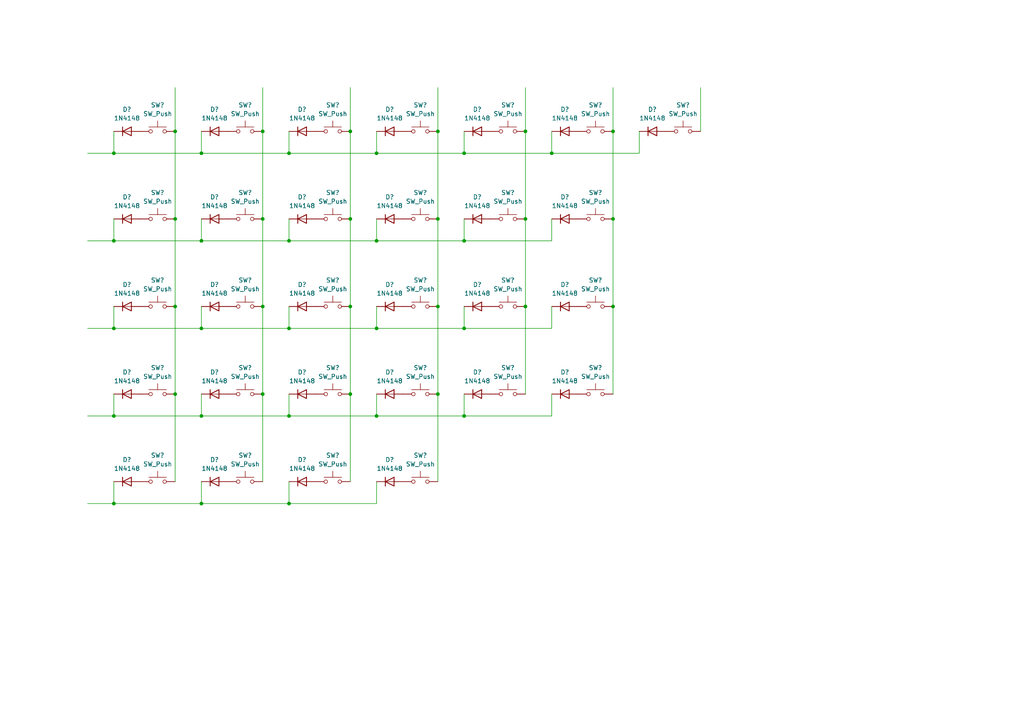
<source format=kicad_sch>
(kicad_sch (version 20211123) (generator eeschema)
  (paper "A4")
  (lib_symbols
    (symbol "Diode:1N4148" (pin_numbers hide) (pin_names hide)
      (property "Reference" "D" (at 0 2.54 0))
      (property "Value" "1N4148" (at 0 -2.54 0))
      (symbol "1N4148_0_1"
        (polyline (pts (xy -1.27 1.27) (xy -1.27 -1.27)) (stroke (width 0.254)))
        (polyline (pts (xy 1.27 0) (xy -1.27 0)))
        (polyline (pts (xy 1.27 1.27) (xy 1.27 -1.27) (xy -1.27 0) (xy 1.27 1.27)) (stroke (width 0.254)))
      )
      (symbol "1N4148_1_1"
        (pin passive line (at -3.81 0 0) (length 2.54) (name "K") (number "1"))
        (pin passive line (at 3.81 0 180) (length 2.54) (name "A") (number "2"))
      )
    )
    (symbol "Switch:SW_Push" (pin_numbers hide) (pin_names (offset 1.016) hide)
      (property "Reference" "SW" (at 1.27 2.54 0))
      (property "Value" "SW_Push" (at 0 -1.524 0))
      (symbol "SW_Push_0_1"
        (circle (center -2.032 0) (radius 0.508))
        (polyline (pts (xy 0 1.27) (xy 0 3.048)))
        (polyline (pts (xy 2.54 1.27) (xy -2.54 1.27)))
        (circle (center 2.032 0) (radius 0.508))
        (pin passive line (at -5.08 0 0) (length 2.54) (name "1") (number "1"))
        (pin passive line (at 5.08 0 180) (length 2.54) (name "2") (number "2"))
      )
    )
  )
  (junction (at 127 88.9))
  (junction (at 109.22 120.65))
  (junction (at 134.62 69.85))
  (junction (at 83.82 44.45))
  (junction (at 76.2 88.9))
  (junction (at 58.42 95.25))
  (junction (at 134.62 120.65))
  (junction (at 109.22 44.45))
  (junction (at 109.22 69.85))
  (junction (at 58.42 146.05))
  (junction (at 160.02 44.45))
  (junction (at 127 63.5))
  (junction (at 83.82 146.05))
  (junction (at 177.8 63.5))
  (junction (at 83.82 69.85))
  (junction (at 33.02 95.25))
  (junction (at 50.8 114.3))
  (junction (at 76.2 38.1))
  (junction (at 50.8 88.9))
  (junction (at 101.6 63.5))
  (junction (at 127 114.3))
  (junction (at 33.02 69.85))
  (junction (at 152.4 38.1))
  (junction (at 177.8 88.9))
  (junction (at 58.42 69.85))
  (junction (at 134.62 95.25))
  (junction (at 101.6 38.1))
  (junction (at 152.4 88.9))
  (junction (at 134.62 44.45))
  (junction (at 33.02 120.65))
  (junction (at 50.8 38.1))
  (junction (at 127 38.1))
  (junction (at 83.82 95.25))
  (junction (at 101.6 114.3))
  (junction (at 83.82 120.65))
  (junction (at 109.22 95.25))
  (junction (at 101.6 88.9))
  (junction (at 76.2 63.5))
  (junction (at 33.02 44.45))
  (junction (at 58.42 120.65))
  (junction (at 50.8 63.5))
  (junction (at 177.8 38.1))
  (junction (at 58.42 44.45))
  (junction (at 33.02 146.05))
  (junction (at 76.2 114.3))
  (junction (at 152.4 63.5))
  (wire (pts (xy 25.4 69.85) (xy 33.02 69.85)))
  (wire (pts (xy 25.4 146.05) (xy 33.02 146.05)))
  (wire (pts (xy 109.22 63.5) (xy 109.22 69.85)))
  (wire (pts (xy 33.02 44.45) (xy 58.42 44.45)))
  (wire (pts (xy 134.62 95.25) (xy 160.02 95.25)))
  (wire (pts (xy 160.02 63.5) (xy 160.02 69.85)))
  (wire (pts (xy 185.42 38.1) (xy 185.42 44.45)))
  (wire (pts (xy 50.8 38.1) (xy 50.8 63.5)))
  (wire (pts (xy 127 114.3) (xy 127 139.7)))
  (wire (pts (xy 177.8 38.1) (xy 177.8 63.5)))
  (wire (pts (xy 134.62 38.1) (xy 134.62 44.45)))
  (wire (pts (xy 177.8 25.4) (xy 177.8 38.1)))
  (wire (pts (xy 127 63.5) (xy 127 88.9)))
  (wire (pts (xy 50.8 114.3) (xy 50.8 139.7)))
  (wire (pts (xy 160.02 88.9) (xy 160.02 95.25)))
  (wire (pts (xy 58.42 120.65) (xy 83.82 120.65)))
  (wire (pts (xy 58.42 69.85) (xy 83.82 69.85)))
  (wire (pts (xy 25.4 95.25) (xy 33.02 95.25)))
  (wire (pts (xy 101.6 88.9) (xy 101.6 114.3)))
  (wire (pts (xy 76.2 38.1) (xy 76.2 63.5)))
  (wire (pts (xy 127 88.9) (xy 127 114.3)))
  (wire (pts (xy 83.82 38.1) (xy 83.82 44.45)))
  (wire (pts (xy 109.22 44.45) (xy 134.62 44.45)))
  (wire (pts (xy 101.6 25.4) (xy 101.6 38.1)))
  (wire (pts (xy 101.6 63.5) (xy 101.6 88.9)))
  (wire (pts (xy 152.4 25.4) (xy 152.4 38.1)))
  (wire (pts (xy 160.02 114.3) (xy 160.02 120.65)))
  (wire (pts (xy 109.22 38.1) (xy 109.22 44.45)))
  (wire (pts (xy 109.22 69.85) (xy 134.62 69.85)))
  (wire (pts (xy 33.02 114.3) (xy 33.02 120.65)))
  (wire (pts (xy 83.82 63.5) (xy 83.82 69.85)))
  (wire (pts (xy 83.82 146.05) (xy 109.22 146.05)))
  (wire (pts (xy 33.02 88.9) (xy 33.02 95.25)))
  (wire (pts (xy 83.82 95.25) (xy 109.22 95.25)))
  (wire (pts (xy 76.2 63.5) (xy 76.2 88.9)))
  (wire (pts (xy 33.02 120.65) (xy 58.42 120.65)))
  (wire (pts (xy 160.02 38.1) (xy 160.02 44.45)))
  (wire (pts (xy 33.02 95.25) (xy 58.42 95.25)))
  (wire (pts (xy 134.62 63.5) (xy 134.62 69.85)))
  (wire (pts (xy 134.62 69.85) (xy 160.02 69.85)))
  (wire (pts (xy 50.8 63.5) (xy 50.8 88.9)))
  (wire (pts (xy 127 25.4) (xy 127 38.1)))
  (wire (pts (xy 134.62 44.45) (xy 160.02 44.45)))
  (wire (pts (xy 109.22 114.3) (xy 109.22 120.65)))
  (wire (pts (xy 33.02 38.1) (xy 33.02 44.45)))
  (wire (pts (xy 33.02 69.85) (xy 58.42 69.85)))
  (wire (pts (xy 177.8 63.5) (xy 177.8 88.9)))
  (wire (pts (xy 152.4 38.1) (xy 152.4 63.5)))
  (wire (pts (xy 33.02 139.7) (xy 33.02 146.05)))
  (wire (pts (xy 134.62 114.3) (xy 134.62 120.65)))
  (wire (pts (xy 83.82 88.9) (xy 83.82 95.25)))
  (wire (pts (xy 109.22 139.7) (xy 109.22 146.05)))
  (wire (pts (xy 152.4 63.5) (xy 152.4 88.9)))
  (wire (pts (xy 134.62 120.65) (xy 160.02 120.65)))
  (wire (pts (xy 25.4 120.65) (xy 33.02 120.65)))
  (wire (pts (xy 58.42 146.05) (xy 83.82 146.05)))
  (wire (pts (xy 83.82 69.85) (xy 109.22 69.85)))
  (wire (pts (xy 109.22 88.9) (xy 109.22 95.25)))
  (wire (pts (xy 25.4 44.45) (xy 33.02 44.45)))
  (wire (pts (xy 177.8 88.9) (xy 177.8 114.3)))
  (wire (pts (xy 58.42 38.1) (xy 58.42 44.45)))
  (wire (pts (xy 83.82 120.65) (xy 109.22 120.65)))
  (wire (pts (xy 33.02 146.05) (xy 58.42 146.05)))
  (wire (pts (xy 160.02 44.45) (xy 185.42 44.45)))
  (wire (pts (xy 101.6 38.1) (xy 101.6 63.5)))
  (wire (pts (xy 58.42 139.7) (xy 58.42 146.05)))
  (wire (pts (xy 58.42 88.9) (xy 58.42 95.25)))
  (wire (pts (xy 109.22 120.65) (xy 134.62 120.65)))
  (wire (pts (xy 134.62 88.9) (xy 134.62 95.25)))
  (wire (pts (xy 83.82 139.7) (xy 83.82 146.05)))
  (wire (pts (xy 83.82 44.45) (xy 109.22 44.45)))
  (wire (pts (xy 58.42 114.3) (xy 58.42 120.65)))
  (wire (pts (xy 58.42 63.5) (xy 58.42 69.85)))
  (wire (pts (xy 152.4 88.9) (xy 152.4 114.3)))
  (wire (pts (xy 76.2 88.9) (xy 76.2 114.3)))
  (wire (pts (xy 127 38.1) (xy 127 63.5)))
  (wire (pts (xy 58.42 95.25) (xy 83.82 95.25)))
  (wire (pts (xy 50.8 25.4) (xy 50.8 38.1)))
  (wire (pts (xy 76.2 114.3) (xy 76.2 139.7)))
  (wire (pts (xy 83.82 114.3) (xy 83.82 120.65)))
  (wire (pts (xy 58.42 44.45) (xy 83.82 44.45)))
  (wire (pts (xy 203.2 25.4) (xy 203.2 38.1)))
  (wire (pts (xy 33.02 63.5) (xy 33.02 69.85)))
  (wire (pts (xy 109.22 95.25) (xy 134.62 95.25)))
  (wire (pts (xy 50.8 88.9) (xy 50.8 114.3)))
  (wire (pts (xy 101.6 114.3) (xy 101.6 139.7)))
  (wire (pts (xy 76.2 25.4) (xy 76.2 38.1)))
  (symbol (lib_id "Diode:1N4148") (at 113.03 114.3 0) (unit 1)
    (property "Reference" "D?" (at 113.03 107.95 0))
    (property "Value" "1N4148" (at 113.03 110.49 0))
    (property "Footprint" "Diode_THT:D_DO-35_SOD27_P7.62mm_Horizontal" (effects hide))
    (property "Datasheet" "https://assets.nexperia.com/documents/data-sheet/1N4148_1N4448.pdf" (effects hide))
  )
  (symbol (lib_id "Switch:SW_Push") (at 96.52 139.7 0) (unit 1)
    (property "Reference" "SW?" (at 96.52 132.08 0))
    (property "Value" "SW_Push" (at 96.52 134.62 0))
  )
  (symbol (lib_id "Diode:1N4148") (at 36.83 139.7 0) (unit 1)
    (property "Reference" "D?" (at 36.83 133.35 0))
    (property "Value" "1N4148" (at 36.83 135.89 0))
    (property "Footprint" "Diode_THT:D_DO-35_SOD27_P7.62mm_Horizontal" (effects hide))
    (property "Datasheet" "https://assets.nexperia.com/documents/data-sheet/1N4148_1N4448.pdf" (effects hide))
  )
  (symbol (lib_id "Diode:1N4148") (at 62.23 88.9 0) (unit 1)
    (property "Reference" "D?" (at 62.23 82.55 0))
    (property "Value" "1N4148" (at 62.23 85.09 0))
    (property "Footprint" "Diode_THT:D_DO-35_SOD27_P7.62mm_Horizontal" (effects hide))
    (property "Datasheet" "https://assets.nexperia.com/documents/data-sheet/1N4148_1N4448.pdf" (effects hide))
  )
  (symbol (lib_id "Diode:1N4148") (at 87.63 114.3 0) (unit 1)
    (property "Reference" "D?" (at 87.63 107.95 0))
    (property "Value" "1N4148" (at 87.63 110.49 0))
    (property "Footprint" "Diode_THT:D_DO-35_SOD27_P7.62mm_Horizontal" (effects hide))
    (property "Datasheet" "https://assets.nexperia.com/documents/data-sheet/1N4148_1N4448.pdf" (effects hide))
  )
  (symbol (lib_id "Switch:SW_Push") (at 121.92 88.9 0) (unit 1)
    (property "Reference" "SW?" (at 121.92 81.28 0))
    (property "Value" "SW_Push" (at 121.92 83.82 0))
  )
  (symbol (lib_id "Diode:1N4148") (at 113.03 38.1 0) (unit 1)
    (property "Reference" "D?" (at 113.03 31.75 0))
    (property "Value" "1N4148" (at 113.03 34.29 0))
    (property "Footprint" "Diode_THT:D_DO-35_SOD27_P7.62mm_Horizontal" (effects hide))
    (property "Datasheet" "https://assets.nexperia.com/documents/data-sheet/1N4148_1N4448.pdf" (effects hide))
  )
  (symbol (lib_id "Switch:SW_Push") (at 45.72 63.5 0) (unit 1)
    (property "Reference" "SW?" (at 45.72 55.88 0))
    (property "Value" "SW_Push" (at 45.72 58.42 0))
  )
  (symbol (lib_id "Diode:1N4148") (at 113.03 88.9 0) (unit 1)
    (property "Reference" "D?" (at 113.03 82.55 0))
    (property "Value" "1N4148" (at 113.03 85.09 0))
    (property "Footprint" "Diode_THT:D_DO-35_SOD27_P7.62mm_Horizontal" (effects hide))
    (property "Datasheet" "https://assets.nexperia.com/documents/data-sheet/1N4148_1N4448.pdf" (effects hide))
  )
  (symbol (lib_id "Switch:SW_Push") (at 172.72 114.3 0) (unit 1)
    (property "Reference" "SW?" (at 172.72 106.68 0))
    (property "Value" "SW_Push" (at 172.72 109.22 0))
  )
  (symbol (lib_id "Switch:SW_Push") (at 45.72 88.9 0) (unit 1)
    (property "Reference" "SW?" (at 45.72 81.28 0))
    (property "Value" "SW_Push" (at 45.72 83.82 0))
  )
  (symbol (lib_id "Switch:SW_Push") (at 147.32 114.3 0) (unit 1)
    (property "Reference" "SW?" (at 147.32 106.68 0))
    (property "Value" "SW_Push" (at 147.32 109.22 0))
  )
  (symbol (lib_id "Switch:SW_Push") (at 172.72 88.9 0) (unit 1)
    (property "Reference" "SW?" (at 172.72 81.28 0))
    (property "Value" "SW_Push" (at 172.72 83.82 0))
  )
  (symbol (lib_id "Switch:SW_Push") (at 172.72 63.5 0) (unit 1)
    (property "Reference" "SW?" (at 172.72 55.88 0))
    (property "Value" "SW_Push" (at 172.72 58.42 0))
  )
  (symbol (lib_id "Switch:SW_Push") (at 71.12 38.1 0) (unit 1)
    (property "Reference" "SW?" (at 71.12 30.48 0))
    (property "Value" "SW_Push" (at 71.12 33.02 0))
  )
  (symbol (lib_id "Diode:1N4148") (at 138.43 63.5 0) (unit 1)
    (property "Reference" "D?" (at 138.43 57.15 0))
    (property "Value" "1N4148" (at 138.43 59.69 0))
    (property "Footprint" "Diode_THT:D_DO-35_SOD27_P7.62mm_Horizontal" (effects hide))
    (property "Datasheet" "https://assets.nexperia.com/documents/data-sheet/1N4148_1N4448.pdf" (effects hide))
  )
  (symbol (lib_id "Diode:1N4148") (at 62.23 114.3 0) (unit 1)
    (property "Reference" "D?" (at 62.23 107.95 0))
    (property "Value" "1N4148" (at 62.23 110.49 0))
    (property "Footprint" "Diode_THT:D_DO-35_SOD27_P7.62mm_Horizontal" (effects hide))
    (property "Datasheet" "https://assets.nexperia.com/documents/data-sheet/1N4148_1N4448.pdf" (effects hide))
  )
  (symbol (lib_id "Switch:SW_Push") (at 45.72 114.3 0) (unit 1)
    (property "Reference" "SW?" (at 45.72 106.68 0))
    (property "Value" "SW_Push" (at 45.72 109.22 0))
  )
  (symbol (lib_id "Diode:1N4148") (at 163.83 38.1 0) (unit 1)
    (property "Reference" "D?" (at 163.83 31.75 0))
    (property "Value" "1N4148" (at 163.83 34.29 0))
    (property "Footprint" "Diode_THT:D_DO-35_SOD27_P7.62mm_Horizontal" (effects hide))
    (property "Datasheet" "https://assets.nexperia.com/documents/data-sheet/1N4148_1N4448.pdf" (effects hide))
  )
  (symbol (lib_id "Switch:SW_Push") (at 45.72 38.1 0) (unit 1)
    (property "Reference" "SW?" (at 45.72 30.48 0))
    (property "Value" "SW_Push" (at 45.72 33.02 0))
  )
  (symbol (lib_id "Diode:1N4148") (at 163.83 63.5 0) (unit 1)
    (property "Reference" "D?" (at 163.83 57.15 0))
    (property "Value" "1N4148" (at 163.83 59.69 0))
    (property "Footprint" "Diode_THT:D_DO-35_SOD27_P7.62mm_Horizontal" (effects hide))
    (property "Datasheet" "https://assets.nexperia.com/documents/data-sheet/1N4148_1N4448.pdf" (effects hide))
  )
  (symbol (lib_id "Switch:SW_Push") (at 198.12 38.1 0) (unit 1)
    (property "Reference" "SW?" (at 198.12 30.48 0))
    (property "Value" "SW_Push" (at 198.12 33.02 0))
  )
  (symbol (lib_id "Diode:1N4148") (at 138.43 88.9 0) (unit 1)
    (property "Reference" "D?" (at 138.43 82.55 0))
    (property "Value" "1N4148" (at 138.43 85.09 0))
    (property "Footprint" "Diode_THT:D_DO-35_SOD27_P7.62mm_Horizontal" (effects hide))
    (property "Datasheet" "https://assets.nexperia.com/documents/data-sheet/1N4148_1N4448.pdf" (effects hide))
  )
  (symbol (lib_id "Diode:1N4148") (at 87.63 139.7 0) (unit 1)
    (property "Reference" "D?" (at 87.63 133.35 0))
    (property "Value" "1N4148" (at 87.63 135.89 0))
    (property "Footprint" "Diode_THT:D_DO-35_SOD27_P7.62mm_Horizontal" (effects hide))
    (property "Datasheet" "https://assets.nexperia.com/documents/data-sheet/1N4148_1N4448.pdf" (effects hide))
  )
  (symbol (lib_id "Diode:1N4148") (at 163.83 114.3 0) (unit 1)
    (property "Reference" "D?" (at 163.83 107.95 0))
    (property "Value" "1N4148" (at 163.83 110.49 0))
    (property "Footprint" "Diode_THT:D_DO-35_SOD27_P7.62mm_Horizontal" (effects hide))
    (property "Datasheet" "https://assets.nexperia.com/documents/data-sheet/1N4148_1N4448.pdf" (effects hide))
  )
  (symbol (lib_id "Diode:1N4148") (at 138.43 114.3 0) (unit 1)
    (property "Reference" "D?" (at 138.43 107.95 0))
    (property "Value" "1N4148" (at 138.43 110.49 0))
    (property "Footprint" "Diode_THT:D_DO-35_SOD27_P7.62mm_Horizontal" (effects hide))
    (property "Datasheet" "https://assets.nexperia.com/documents/data-sheet/1N4148_1N4448.pdf" (effects hide))
  )
  (symbol (lib_id "Diode:1N4148") (at 36.83 88.9 0) (unit 1)
    (property "Reference" "D?" (at 36.83 82.55 0))
    (property "Value" "1N4148" (at 36.83 85.09 0))
    (property "Footprint" "Diode_THT:D_DO-35_SOD27_P7.62mm_Horizontal" (effects hide))
    (property "Datasheet" "https://assets.nexperia.com/documents/data-sheet/1N4148_1N4448.pdf" (effects hide))
  )
  (symbol (lib_id "Diode:1N4148") (at 189.23 38.1 0) (unit 1)
    (property "Reference" "D?" (at 189.23 31.75 0))
    (property "Value" "1N4148" (at 189.23 34.29 0))
    (property "Footprint" "Diode_THT:D_DO-35_SOD27_P7.62mm_Horizontal" (effects hide))
    (property "Datasheet" "https://assets.nexperia.com/documents/data-sheet/1N4148_1N4448.pdf" (effects hide))
  )
  (symbol (lib_id "Switch:SW_Push") (at 45.72 139.7 0) (unit 1)
    (property "Reference" "SW?" (at 45.72 132.08 0))
    (property "Value" "SW_Push" (at 45.72 134.62 0))
  )
  (symbol (lib_id "Diode:1N4148") (at 62.23 63.5 0) (unit 1)
    (property "Reference" "D?" (at 62.23 57.15 0))
    (property "Value" "1N4148" (at 62.23 59.69 0))
    (property "Footprint" "Diode_THT:D_DO-35_SOD27_P7.62mm_Horizontal" (effects hide))
    (property "Datasheet" "https://assets.nexperia.com/documents/data-sheet/1N4148_1N4448.pdf" (effects hide))
  )
  (symbol (lib_id "Switch:SW_Push") (at 96.52 38.1 0) (unit 1)
    (property "Reference" "SW?" (at 96.52 30.48 0))
    (property "Value" "SW_Push" (at 96.52 33.02 0))
  )
  (symbol (lib_id "Switch:SW_Push") (at 172.72 38.1 0) (unit 1)
    (property "Reference" "SW?" (at 172.72 30.48 0))
    (property "Value" "SW_Push" (at 172.72 33.02 0))
  )
  (symbol (lib_id "Diode:1N4148") (at 113.03 139.7 0) (unit 1)
    (property "Reference" "D?" (at 113.03 133.35 0))
    (property "Value" "1N4148" (at 113.03 135.89 0))
    (property "Footprint" "Diode_THT:D_DO-35_SOD27_P7.62mm_Horizontal" (effects hide))
    (property "Datasheet" "https://assets.nexperia.com/documents/data-sheet/1N4148_1N4448.pdf" (effects hide))
  )
  (symbol (lib_id "Switch:SW_Push") (at 71.12 63.5 0) (unit 1)
    (property "Reference" "SW?" (at 71.12 55.88 0))
    (property "Value" "SW_Push" (at 71.12 58.42 0))
  )
  (symbol (lib_id "Switch:SW_Push") (at 71.12 139.7 0) (unit 1)
    (property "Reference" "SW?" (at 71.12 132.08 0))
    (property "Value" "SW_Push" (at 71.12 134.62 0))
  )
  (symbol (lib_id "Switch:SW_Push") (at 121.92 139.7 0) (unit 1)
    (property "Reference" "SW?" (at 121.92 132.08 0))
    (property "Value" "SW_Push" (at 121.92 134.62 0))
  )
  (symbol (lib_id "Diode:1N4148") (at 36.83 114.3 0) (unit 1)
    (property "Reference" "D?" (at 36.83 107.95 0))
    (property "Value" "1N4148" (at 36.83 110.49 0))
    (property "Footprint" "Diode_THT:D_DO-35_SOD27_P7.62mm_Horizontal" (effects hide))
    (property "Datasheet" "https://assets.nexperia.com/documents/data-sheet/1N4148_1N4448.pdf" (effects hide))
  )
  (symbol (lib_id "Switch:SW_Push") (at 147.32 88.9 0) (unit 1)
    (property "Reference" "SW?" (at 147.32 81.28 0))
    (property "Value" "SW_Push" (at 147.32 83.82 0))
  )
  (symbol (lib_id "Diode:1N4148") (at 62.23 38.1 0) (unit 1)
    (property "Reference" "D?" (at 62.23 31.75 0))
    (property "Value" "1N4148" (at 62.23 34.29 0))
    (property "Footprint" "Diode_THT:D_DO-35_SOD27_P7.62mm_Horizontal" (effects hide))
    (property "Datasheet" "https://assets.nexperia.com/documents/data-sheet/1N4148_1N4448.pdf" (effects hide))
  )
  (symbol (lib_id "Switch:SW_Push") (at 96.52 114.3 0) (unit 1)
    (property "Reference" "SW?" (at 96.52 106.68 0))
    (property "Value" "SW_Push" (at 96.52 109.22 0))
  )
  (symbol (lib_id "Diode:1N4148") (at 62.23 139.7 0) (unit 1)
    (property "Reference" "D?" (at 62.23 133.35 0))
    (property "Value" "1N4148" (at 62.23 135.89 0))
    (property "Footprint" "Diode_THT:D_DO-35_SOD27_P7.62mm_Horizontal" (effects hide))
    (property "Datasheet" "https://assets.nexperia.com/documents/data-sheet/1N4148_1N4448.pdf" (effects hide))
  )
  (symbol (lib_id "Diode:1N4148") (at 138.43 38.1 0) (unit 1)
    (property "Reference" "D?" (at 138.43 31.75 0))
    (property "Value" "1N4148" (at 138.43 34.29 0))
    (property "Footprint" "Diode_THT:D_DO-35_SOD27_P7.62mm_Horizontal" (effects hide))
    (property "Datasheet" "https://assets.nexperia.com/documents/data-sheet/1N4148_1N4448.pdf" (effects hide))
  )
  (symbol (lib_id "Switch:SW_Push") (at 96.52 88.9 0) (unit 1)
    (property "Reference" "SW?" (at 96.52 81.28 0))
    (property "Value" "SW_Push" (at 96.52 83.82 0))
  )
  (symbol (lib_id "Switch:SW_Push") (at 121.92 63.5 0) (unit 1)
    (property "Reference" "SW?" (at 121.92 55.88 0))
    (property "Value" "SW_Push" (at 121.92 58.42 0))
  )
  (symbol (lib_id "Diode:1N4148") (at 87.63 63.5 0) (unit 1)
    (property "Reference" "D?" (at 87.63 57.15 0))
    (property "Value" "1N4148" (at 87.63 59.69 0))
    (property "Footprint" "Diode_THT:D_DO-35_SOD27_P7.62mm_Horizontal" (effects hide))
    (property "Datasheet" "https://assets.nexperia.com/documents/data-sheet/1N4148_1N4448.pdf" (effects hide))
  )
  (symbol (lib_id "Switch:SW_Push") (at 121.92 114.3 0) (unit 1)
    (property "Reference" "SW?" (at 121.92 106.68 0))
    (property "Value" "SW_Push" (at 121.92 109.22 0))
  )
  (symbol (lib_id "Switch:SW_Push") (at 147.32 38.1 0) (unit 1)
    (property "Reference" "SW?" (at 147.32 30.48 0))
    (property "Value" "SW_Push" (at 147.32 33.02 0))
  )
  (symbol (lib_id "Diode:1N4148") (at 87.63 38.1 0) (unit 1)
    (property "Reference" "D?" (at 87.63 31.75 0))
    (property "Value" "1N4148" (at 87.63 34.29 0))
    (property "Footprint" "Diode_THT:D_DO-35_SOD27_P7.62mm_Horizontal" (effects hide))
    (property "Datasheet" "https://assets.nexperia.com/documents/data-sheet/1N4148_1N4448.pdf" (effects hide))
  )
  (symbol (lib_id "Switch:SW_Push") (at 96.52 63.5 0) (unit 1)
    (property "Reference" "SW?" (at 96.52 55.88 0))
    (property "Value" "SW_Push" (at 96.52 58.42 0))
  )
  (symbol (lib_id "Switch:SW_Push") (at 121.92 38.1 0) (unit 1)
    (property "Reference" "SW?" (at 121.92 30.48 0))
    (property "Value" "SW_Push" (at 121.92 33.02 0))
  )
  (symbol (lib_id "Diode:1N4148") (at 36.83 63.5 0) (unit 1)
    (property "Reference" "D?" (at 36.83 57.15 0))
    (property "Value" "1N4148" (at 36.83 59.69 0))
    (property "Footprint" "Diode_THT:D_DO-35_SOD27_P7.62mm_Horizontal" (effects hide))
    (property "Datasheet" "https://assets.nexperia.com/documents/data-sheet/1N4148_1N4448.pdf" (effects hide))
  )
  (symbol (lib_id "Diode:1N4148") (at 163.83 88.9 0) (unit 1)
    (property "Reference" "D?" (at 163.83 82.55 0))
    (property "Value" "1N4148" (at 163.83 85.09 0))
    (property "Footprint" "Diode_THT:D_DO-35_SOD27_P7.62mm_Horizontal" (effects hide))
    (property "Datasheet" "https://assets.nexperia.com/documents/data-sheet/1N4148_1N4448.pdf" (effects hide))
  )
  (symbol (lib_id "Diode:1N4148") (at 36.83 38.1 0) (unit 1)
    (property "Reference" "D?" (at 36.83 31.75 0))
    (property "Value" "1N4148" (at 36.83 34.29 0))
    (property "Footprint" "Diode_THT:D_DO-35_SOD27_P7.62mm_Horizontal" (effects hide))
    (property "Datasheet" "https://assets.nexperia.com/documents/data-sheet/1N4148_1N4448.pdf" (effects hide))
  )
  (symbol (lib_id "Switch:SW_Push") (at 71.12 88.9 0) (unit 1)
    (property "Reference" "SW?" (at 71.12 81.28 0))
    (property "Value" "SW_Push" (at 71.12 83.82 0))
  )
  (symbol (lib_id "Diode:1N4148") (at 87.63 88.9 0) (unit 1)
    (property "Reference" "D?" (at 87.63 82.55 0))
    (property "Value" "1N4148" (at 87.63 85.09 0))
    (property "Footprint" "Diode_THT:D_DO-35_SOD27_P7.62mm_Horizontal" (effects hide))
    (property "Datasheet" "https://assets.nexperia.com/documents/data-sheet/1N4148_1N4448.pdf" (effects hide))
  )
  (symbol (lib_id "Switch:SW_Push") (at 147.32 63.5 0) (unit 1)
    (property "Reference" "SW?" (at 147.32 55.88 0))
    (property "Value" "SW_Push" (at 147.32 58.42 0))
  )
  (symbol (lib_id "Diode:1N4148") (at 113.03 63.5 0) (unit 1)
    (property "Reference" "D?" (at 113.03 57.15 0))
    (property "Value" "1N4148" (at 113.03 59.69 0))
    (property "Footprint" "Diode_THT:D_DO-35_SOD27_P7.62mm_Horizontal" (effects hide))
    (property "Datasheet" "https://assets.nexperia.com/documents/data-sheet/1N4148_1N4448.pdf" (effects hide))
  )
  (symbol (lib_id "Switch:SW_Push") (at 71.12 114.3 0) (unit 1)
    (property "Reference" "SW?" (at 71.12 106.68 0))
    (property "Value" "SW_Push" (at 71.12 109.22 0))
  )
)
</source>
